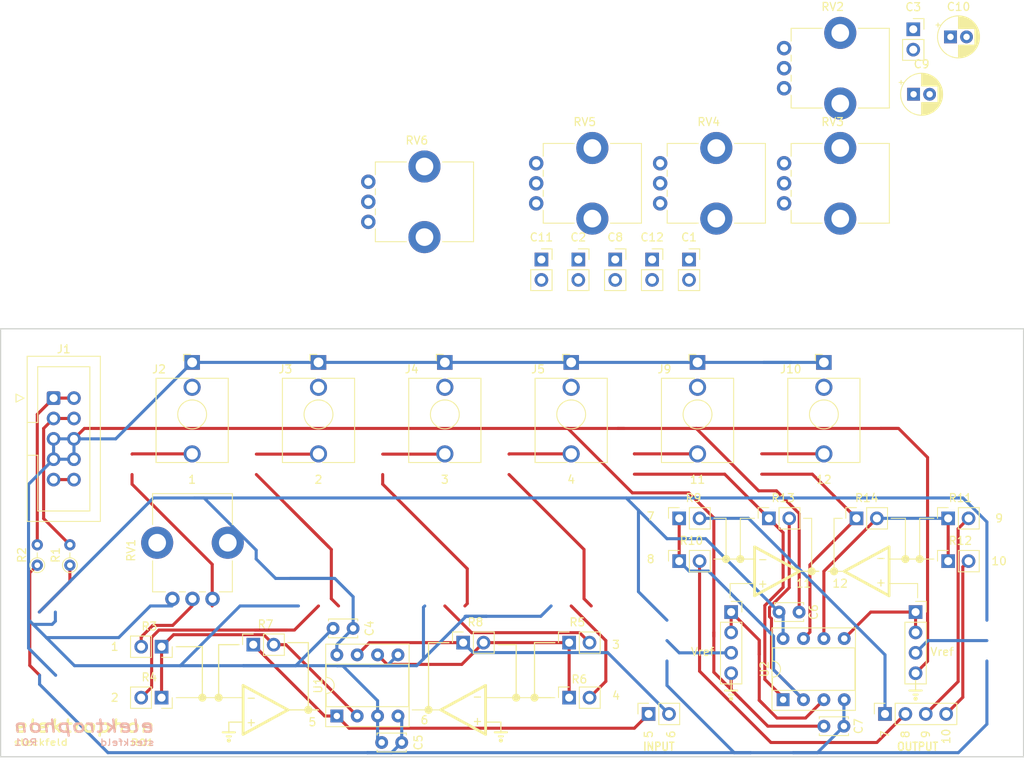
<source format=kicad_pcb>
(kicad_pcb (version 20211014) (generator pcbnew)
  (title_block (title "steckfeld") (date "2021-06-13") (rev "R01") (comment 1 "PCB for main circuit") (comment 2 "utility for connecting modules to breadboard") (comment 4 "License CC BY 4.0 - Attribution 4.0 International"))
  (layers (0 "F.Cu" signal) (31 "B.Cu" signal) (34 "B.Paste" user) (35 "F.Paste" user) (36 "B.SilkS" user "B.Silkscreen") (37 "F.SilkS" user "F.Silkscreen") (38 "B.Mask" user) (39 "F.Mask" user) (44 "Edge.Cuts" user))
  (net 0 "")
  (net 1 "GND")
  (net 2 "+15V")
  (net 3 "-15V")
  (net 4 "+5V")
  (net 5 "VP")
  (net 6 "VN")
  (net 7 "IN_1")
  (net 8 "Net-(C1-Pad1)")
  (net 9 "Net-(C1-Pad2)")
  (net 10 "Net-(C2-Pad1)")
  (net 11 "Net-(C2-Pad2)")
  (net 12 "IN_2")
  (net 15 "Net-(R3-Pad2)")
  (net 16 "Net-(R3-Pad1)")
  (net 17 "Net-(R4-Pad2)")
  (net 18 "Net-(R5-Pad2)")
  (net 19 "Net-(R5-Pad1)")
  (net 20 "Net-(R6-Pad2)")
  (net 21 "OUT_2b")
  (net 22 "OUT_2a")
  (net 23 "OUT_1b")
  (net 24 "OUT_1a")
  (net 25 "/V1")
  (net 26 "/U2a")
  (net 27 "/V2")
  (net 28 "/U2b")
  (net 29 "Net-(R10-Pad1)")
  (net 30 "Net-(R11-Pad1)")
  (net 31 "Net-(C3-Pad2)")
  (net 32 "Net-(C3-Pad1)")
  (net 33 "Net-(C8-Pad2)")
  (net 34 "Net-(C8-Pad1)")
  (net 39 "Net-(C11-Pad2)")
  (net 40 "Net-(C11-Pad1)")
  (net 41 "Net-(C12-Pad2)")
  (net 42 "Net-(C12-Pad1)")
  (footprint "Connector_IDC:IDC-Header_2x05_P2.54mm_Vertical" (layer "F.Cu") (at 84.836 47.752)
    (fp_text reference "J1")
    (fp_text value "IDC Header")
  )
  (footprint "elektrophon:Jack_3.5mm_WQP-PJ398SM_Vertical" (layer "F.Cu") (at 102.108 49.784)
    (fp_text reference "J2")
    (fp_text value "IN")
  )
  (footprint "Resistor_THT:R_Axial_DIN0204_L3.6mm_D1.6mm_P2.54mm_Vertical" (layer "F.Cu") (at 86.868 68.58 90)
    (fp_text reference "R1")
    (fp_text value "10")
  )
  (footprint "Resistor_THT:R_Axial_DIN0204_L3.6mm_D1.6mm_P2.54mm_Vertical" (layer "F.Cu") (at 82.804 68.58 90)
    (fp_text reference "R2")
    (fp_text value "10")
  )
  (footprint "Capacitor_THT:C_Disc_D3.4mm_W2.1mm_P2.50mm" (layer "F.Cu") (at 122.174 76.454 180)
    (fp_text reference "C4")
    (fp_text value "0.1u")
  )
  (footprint "Capacitor_THT:C_Disc_D3.4mm_W2.1mm_P2.50mm" (layer "F.Cu") (at 125.73 90.678)
    (fp_text reference "C5")
    (fp_text value "0.1u")
  )
  (footprint "Capacitor_THT:C_Disc_D3.4mm_W2.1mm_P2.50mm" (layer "F.Cu") (at 175.26 74.422)
    (fp_text reference "C6")
    (fp_text value "0.1u")
  )
  (footprint "Capacitor_THT:C_Disc_D3.4mm_W2.1mm_P2.50mm" (layer "F.Cu") (at 180.848 88.646)
    (fp_text reference "C7")
    (fp_text value "0.1u")
  )
  (footprint "elektrophon:elektrophon logo" (layer "F.Cu") (at 88.646 89.662)
    (fp_text reference "REF**" hide)
    (fp_text value "elektrophon logo" hide)
  )
  (footprint "elektrophon:Jack_3.5mm_WQP-PJ398SM_Vertical" (layer "F.Cu") (at 117.856 49.784)
    (fp_text reference "J3")
    (fp_text value "IN")
  )
  (footprint "elektrophon:Jack_3.5mm_WQP-PJ398SM_Vertical" (layer "F.Cu") (at 165.1 49.784)
    (fp_text reference "J9")
    (fp_text value "IN")
  )
  (footprint "elektrophon:Jack_3.5mm_WQP-PJ398SM_Vertical" (layer "F.Cu") (at 133.604 49.784)
    (fp_text reference "J4")
    (fp_text value "IN")
  )
  (footprint "elektrophon:Jack_3.5mm_WQP-PJ398SM_Vertical" (layer "F.Cu") (at 149.352 49.784)
    (fp_text reference "J5")
    (fp_text value "IN")
  )
  (footprint "elektrophon:Jack_3.5mm_WQP-PJ398SM_Vertical" (layer "F.Cu") (at 180.848 49.784)
    (fp_text reference "J10")
    (fp_text value "IN")
  )
  (footprint "Connector_PinSocket_2.54mm:PinSocket_1x02_P2.54mm_Vertical" (layer "F.Cu") (at 159.004 87.122 90)
    (fp_text reference "J6" hide)
    (fp_text value "Conn_01x02_Female")
  )
  (footprint "Connector_PinSocket_2.54mm:PinSocket_1x04_P2.54mm_Vertical" (layer "F.Cu") (at 188.468 87.122 90)
    (fp_text reference "J7" hide)
    (fp_text value "Conn_01x04_Female")
  )
  (footprint "Connector_PinSocket_2.54mm:PinSocket_1x02_P2.54mm_Vertical" (layer "F.Cu") (at 98.298 78.74 -90)
    (fp_text reference "R3")
    (fp_text value "100k")
  )
  (footprint "Connector_PinSocket_2.54mm:PinSocket_1x02_P2.54mm_Vertical" (layer "F.Cu") (at 98.298 85.09 -90)
    (fp_text reference "R4")
    (fp_text value "100k")
  )
  (footprint "Connector_PinSocket_2.54mm:PinSocket_1x02_P2.54mm_Vertical" (layer "F.Cu") (at 149.098 78.232 90)
    (fp_text reference "R5")
    (fp_text value "100k")
  )
  (footprint "Connector_PinSocket_2.54mm:PinSocket_1x02_P2.54mm_Vertical" (layer "F.Cu") (at 149.098 85.09 90)
    (fp_text reference "R6")
    (fp_text value "100k")
  )
  (footprint "Connector_PinSocket_2.54mm:PinSocket_1x02_P2.54mm_Vertical" (layer "F.Cu") (at 109.728 78.486 90)
    (fp_text reference "R7")
    (fp_text value "100k")
  )
  (footprint "Connector_PinSocket_2.54mm:PinSocket_1x02_P2.54mm_Vertical" (layer "F.Cu") (at 135.89 78.232 90)
    (fp_text reference "R8")
    (fp_text value "100k")
  )
  (footprint "Package_DIP:DIP-8_W7.62mm_Socket" (layer "F.Cu") (at 120.142 87.376 90)
    (fp_text reference "U1")
    (fp_text value "TL072")
  )
  (footprint "Package_DIP:DIP-8_W7.62mm_Socket" (layer "F.Cu") (at 175.768 85.344 90)
    (fp_text reference "U2")
    (fp_text value "TL072")
  )
  (footprint "Connector_PinSocket_2.54mm:PinSocket_1x02_P2.54mm_Vertical" (layer "F.Cu") (at 162.814 62.738 90)
    (fp_text reference "R9")
    (fp_text value "100k")
  )
  (footprint "Connector_PinSocket_2.54mm:PinSocket_1x02_P2.54mm_Vertical" (layer "F.Cu") (at 162.814 68.072 90)
    (fp_text reference "R10")
    (fp_text value "100k")
  )
  (footprint "Connector_PinSocket_2.54mm:PinSocket_1x02_P2.54mm_Vertical" (layer "F.Cu") (at 196.342 62.738 90)
    (fp_text reference "R11")
    (fp_text value "100k")
  )
  (footprint "Connector_PinSocket_2.54mm:PinSocket_1x02_P2.54mm_Vertical" (layer "F.Cu") (at 196.342 68.072 90)
    (fp_text reference "R12")
    (fp_text value "100k")
  )
  (footprint "Connector_PinSocket_2.54mm:PinSocket_1x02_P2.54mm_Vertical" (layer "F.Cu") (at 173.99 62.738 90)
    (fp_text reference "R13")
    (fp_text value "100k")
  )
  (footprint "Connector_PinSocket_2.54mm:PinSocket_1x02_P2.54mm_Vertical" (layer "F.Cu") (at 184.912 62.738 90)
    (fp_text reference "R14")
    (fp_text value "100k")
  )
  (footprint "Connector_PinSocket_2.54mm:PinSocket_1x04_P2.54mm_Vertical" (layer "F.Cu") (at 169.291 74.422)
    (fp_text reference "J8" hide)
    (fp_text value "Conn_01x04_Female" hide)
  )
  (footprint "Connector_PinSocket_2.54mm:PinSocket_1x04_P2.54mm_Vertical" (layer "F.Cu") (at 192.278 74.422)
    (fp_text reference "J11" hide)
    (fp_text value "Conn_01x04_Female" hide)
  )
  (footprint "Potentiometer_THT:Potentiometer_Bourns_PTV09A-1_Single_Vertical" (layer "F.Cu") (at 160.44 23.48)
    (fp_text reference "RV4")
    (fp_text value "100k")
  )
  (footprint "Connector_PinSocket_2.54mm:PinSocket_1x02_P2.54mm_Vertical" (layer "F.Cu") (at 159.44 30.48)
    (fp_text reference "C12")
    (fp_text value "47u (NP)")
  )
  (footprint "Connector_PinSocket_2.54mm:PinSocket_1x02_P2.54mm_Vertical" (layer "F.Cu") (at 145.64 30.48)
    (fp_text reference "C11")
    (fp_text value "47u (NP)")
  )
  (footprint "Connector_PinSocket_2.54mm:PinSocket_1x02_P2.54mm_Vertical" (layer "F.Cu") (at 154.84 30.48)
    (fp_text reference "C8")
    (fp_text value "47u (NP)")
  )
  (footprint "Connector_PinSocket_2.54mm:PinSocket_1x02_P2.54mm_Vertical" (layer "F.Cu") (at 191.99 1.78)
    (fp_text reference "C3")
    (fp_text value "47u (NP)")
  )
  (footprint "Potentiometer_THT:Potentiometer_Bourns_PTV09A-1_Single_Vertical" (layer "F.Cu") (at 175.89 23.48)
    (fp_text reference "RV3")
    (fp_text value "100k")
  )
  (footprint "Connector_PinSocket_2.54mm:PinSocket_1x02_P2.54mm_Vertical" (layer "F.Cu") (at 164.04 30.48)
    (fp_text reference "C1")
    (fp_text value "47u (NP)")
  )
  (footprint "Potentiometer_THT:Potentiometer_Bourns_PTV09A-1_Single_Vertical" (layer "F.Cu") (at 144.99 23.48)
    (fp_text reference "RV5")
    (fp_text value "100k")
  )
  (footprint "Capacitor_THT:CP_Radial_D5.0mm_P2.00mm" (layer "F.Cu") (at 196.629775 2.73)
    (fp_text reference "C10")
    (fp_text value "47u (NP)")
  )
  (footprint "Potentiometer_THT:Potentiometer_Bourns_PTV09A-1_Single_Vertical" (layer "F.Cu") (at 124.064 25.786)
    (fp_text reference "RV6")
    (fp_text value "100k")
  )
  (footprint "Connector_PinSocket_2.54mm:PinSocket_1x02_P2.54mm_Vertical" (layer "F.Cu") (at 150.24 30.48)
    (fp_text reference "C2")
    (fp_text value "47u (NP)")
  )
  (footprint "Potentiometer_THT:Potentiometer_Bourns_PTV09A-1_Single_Vertical" (layer "F.Cu") (at 104.648 72.78 90)
    (fp_text reference "RV1")
    (fp_text value "100k")
  )
  (footprint "Potentiometer_THT:Potentiometer_Bourns_PTV09A-1_Single_Vertical" (layer "F.Cu") (at 175.89 9.13)
    (fp_text reference "RV2")
    (fp_text value "100k")
  )
  (footprint "Capacitor_THT:CP_Radial_D5.0mm_P2.00mm" (layer "F.Cu") (at 192.029775 9.88)
    (fp_text reference "C9")
    (fp_text value "47u (NP)")
  )
  (gr_circle (center 182.118 69.342) (end 182.218 69.342) (layer "F.SilkS") (width 0.4) (fill none))
  (gr_circle (center 140.589 90.424) (end 140.599 90.424) (layer "F.SilkS") (width 0.25) (fill none))
  (gr_line (start 140.335 89.916) (end 140.843 89.916) (layer "F.SilkS") (width 0.25))
  (gr_line (start 139.827 89.408) (end 141.351 89.408) (layer "F.SilkS") (width 0.25))
  (gr_line (start 192.024 84.709) (end 192.532 84.709) (layer "F.SilkS") (width 0.25))
  (gr_circle (center 192.278 85.217) (end 192.288 85.217) (layer "F.SilkS") (width 0.25) (fill none))
  (gr_line (start 192.278 82.931) (end 192.278 84.201) (layer "F.SilkS") (width 0.15))
  (gr_line (start 191.516 84.201) (end 193.04 84.201) (layer "F.SilkS") (width 0.25))
  (gr_line (start 114.046 86.614) (end 108.458 83.566) (layer "F.SilkS") (width 0.35))
  (gr_line (start 100.12172 85.09) (end 108.458 85.09) (layer "F.SilkS") (width 0.12))
  (gr_circle (center 116.586 86.614) (end 116.686 86.614) (layer "F.SilkS") (width 0.4) (fill none))
  (gr_circle (center 106.68 90.424) (end 106.69 90.424) (layer "F.SilkS") (width 0.25) (fill none))
  (gr_circle (center 131.572 86.614) (end 131.672 86.614) (layer "F.SilkS") (width 0.4) (fill none))
  (gr_circle (center 144.78 85.09) (end 144.88 85.09) (layer "F.SilkS") (width 0.4) (fill none))
  (gr_line (start 144.78 85.09) (end 144.78 78.232) (layer "F.SilkS") (width 0.15))
  (gr_line (start 142.494 85.09) (end 142.494 78.486) (layer "F.SilkS") (width 0.15))
  (gr_line (start 131.572 78.232) (end 134.112 78.232) (layer "F.SilkS") (width 0.15))
  (gr_line (start 138.684 83.566) (end 133.096 86.614) (layer "F.SilkS") (width 0.35))
  (gr_line (start 144.78 78.232) (end 147.32 78.232) (layer "F.SilkS") (width 0.15))
  (gr_line (start 138.72972 85.09) (end 146.812 85.09) (layer "F.SilkS") (width 0.12))
  (gr_circle (center 142.494 85.09) (end 142.594 85.09) (layer "F.SilkS") (width 0.4) (fill none))
  (gr_line (start 133.096 86.614) (end 138.684 89.662) (layer "F.SilkS") (width 0.35))
  (gr_line (start 140.589 88.138) (end 138.684 88.138) (layer "F.SilkS") (width 0.15))
  (gr_line (start 138.684 89.662) (end 138.684 83.566) (layer "F.SilkS") (width 0.35))
  (gr_line (start 131.572 78.232) (end 131.572 86.614) (layer "F.SilkS") (width 0.15))
  (gr_line (start 142.494 78.486) (end 140.25372 78.486) (layer "F.SilkS") (width 0.15))
  (gr_line (start 172.212 72.39) (end 177.8 69.342) (layer "F.SilkS") (width 0.35))
  (gr_line (start 177.8 69.342) (end 172.212 66.294) (layer "F.SilkS") (width 0.35))
  (gr_line (start 172.212 66.294) (end 172.212 72.39) (layer "F.SilkS") (width 0.35))
  (gr_line (start 188.976 66.294) (end 183.388 69.342) (layer "F.SilkS") (width 0.35))
  (gr_line (start 188.976 72.39) (end 188.976 66.294) (layer "F.SilkS") (width 0.35))
  (gr_line (start 183.388 69.342) (end 188.976 72.39) (layer "F.SilkS") (width 0.35))
  (gr_line (start 179.324 69.342) (end 177.8 69.342) (layer "F.SilkS") (width 0.12))
  (gr_circle (center 179.324 69.342) (end 179.424 69.342) (layer "F.SilkS") (width 0.4) (fill none))
  (gr_line (start 182.372 69.342) (end 183.388 69.342) (layer "F.SilkS") (width 0.12))
  (gr_circle (center 192.786 67.818) (end 192.886 67.818) (layer "F.SilkS") (width 0.4) (fill none))
  (gr_line (start 105.918 89.408) (end 107.442 89.408) (layer "F.SilkS") (width 0.25))
  (gr_line (start 106.426 89.916) (end 106.934 89.916) (layer "F.SilkS") (width 0.25))
  (gr_line (start 192.786 67.818) (end 192.786 62.738) (layer "F.SilkS") (width 0.12))
  (gr_line (start 192.786 62.738) (end 194.564 62.738) (layer "F.SilkS") (width 0.12))
  (gr_line (start 108.458 89.662) (end 114.046 86.614) (layer "F.SilkS") (width 0.35))
  (gr_line (start 108.458 88.138) (end 106.68 88.138) (layer "F.SilkS") (width 0.15))
  (gr_line (start 190.754 67.818) (end 194.564 67.818) (layer "F.SilkS") (width 0.12))
  (gr_circle (center 103.378 85.09) (end 103.478 85.09) (layer "F.SilkS") (width 0.4) (fill none))
  (gr_line (start 179.324 69.342) (end 180.213 69.342) (layer "F.SilkS") (width 0.15))
  (gr_line (start 168.529 84.201) (end 170.053 84.201) (layer "F.SilkS") (width 0.25))
  (gr_line (start 140.589 88.138) (end 140.589 89.408) (layer "F.SilkS") (width 0.15))
  (gr_line (start 103.378 83.058) (end 103.378 85.09) (layer "F.SilkS") (width 0.15))
  (gr_line (start 170.434 62.738) (end 172.212 62.738) (layer "F.SilkS") (width 0.12))
  (gr_line (start 189.23 62.738) (end 191.008 62.738) (layer "F.SilkS") (width 0.12))
  (gr_line (start 103.378 78.74) (end 100.12172 78.74) (layer "F.SilkS") (width 0.15))
  (gr_line (start 170.434 67.818) (end 170.434 62.738) (layer "F.SilkS") (width 0.12))
  (gr_line (start 114.046 86.614) (end 117.856 86.614) (layer "F.SilkS") (width 0.15))
  (gr_line (start 183.134 62.738) (end 182.118 62.738) (layer "F.SilkS") (width 0.12))
  (gr_line (start 103.378 83.058) (end 103.378 78.74) (layer "F.SilkS") (width 0.15))
  (gr_circle (center 168.656 67.818) (end 168.756 67.818) (layer "F.SilkS") (width 0.4) (fill none))
  (gr_line (start 116.586 78.232) (end 116.586 86.614) (layer "F.SilkS") (width 0.15))
  (gr_line (start 114.046 78.232) (end 116.586 78.232) (layer "F.SilkS") (width 0.15))
  (gr_line (start 105.41 78.486) (end 107.95 78.486) (layer "F.SilkS") (width 0.15))
  (gr_line (start 182.118 62.738) (end 182.118 69.342) (layer "F.SilkS") (width 0.12))
  (gr_line (start 106.68 89.408) (end 106.68 88.138) (layer "F.SilkS") (width 0.15))
  (gr_line (start 188.976 70.866) (end 192.532 70.866) (layer "F.SilkS") (width 0.12))
  (gr_line (start 178.308 62.738) (end 179.324 62.738) (layer "F.SilkS") (width 0.12))
  (gr_circle (center 169.291 85.217) (end 169.301 85.217) (layer "F.SilkS") (width 0.25) (fill none))
  (gr_line (start 192.532 70.866) (end 192.532 72.644) (layer "F.SilkS") (width 0.12))
  (gr_line (start 172.212 67.818) (end 167.132 67.818) (layer "F.SilkS") (width 0.12))
  (gr_line (start 168.656 67.818) (end 168.656 62.738) (layer "F.SilkS") (width 0.12))
  (gr_circle (center 170.434 67.818) (end 170.534 67.818) (layer "F.SilkS") (width 0.4) (fill none))
  (gr_line (start 169.164 72.644) (end 169.164 70.866) (layer "F.SilkS") (width 0.12))
  (gr_line (start 105.41 85.09) (end 105.41 78.486) (layer "F.SilkS") (width 0.15))
  (gr_line (start 168.656 62.738) (end 167.132 62.738) (layer "F.SilkS") (width 0.12))
  (gr_line (start 191.008 62.738) (end 191.008 67.818) (layer "F.SilkS") (width 0.12))
  (gr_line (start 182.372 69.342) (end 181.356 69.342) (layer "F.SilkS") (width 0.12))
  (gr_circle (center 105.41 85.09) (end 105.51 85.09) (layer "F.SilkS") (width 0.4) (fill none))
  (gr_line (start 133.096 86.614) (end 129.54 86.614) (layer "F.SilkS") (width 0.12))
  (gr_line (start 190.754 67.818) (end 188.976 67.818) (layer "F.SilkS") (width 0.12))
  (gr_line (start 169.164 70.866) (end 172.212 70.866) (layer "F.SilkS") (width 0.12))
  (gr_line (start 108.458 83.566) (end 108.458 89.662) (layer "F.SilkS") (width 0.35))
  (gr_line (start 169.291 82.931) (end 169.291 84.201) (layer "F.SilkS") (width 0.15))
  (gr_line (start 179.324 62.738) (end 179.324 69.342) (layer "F.SilkS") (width 0.12))
  (gr_line (start 169.037 84.709) (end 169.545 84.709) (layer "F.SilkS") (width 0.25))
  (gr_circle (center 191.008 67.818) (end 191.108 67.818) (layer "F.SilkS") (width 0.4) (fill none))
  (gr_line (start 147.32 85.09) (end 144.78 85.09) (layer "F.SilkS") (width 0.12))
  (gr_line (start 205.74 39.116) (end 205.74 92.456) (layer "Edge.Cuts") (width 0.15))
  (gr_line (start 78.232 92.456) (end 78.232 39.116) (layer "Edge.Cuts") (width 0.15))
  (gr_line (start 78.232 39.116) (end 205.74 39.116) (layer "Edge.Cuts") (width 0.15))
  (gr_line (start 205.74 92.456) (end 78.232 92.456) (layer "Edge.Cuts") (width 0.15))
  (gr_text "4" (at 149.352 57.912) (layer "F.SilkS") (effects (font (size 1 1))))
  (gr_text "+" (at 137.668 88.138 180) (layer "F.SilkS") (effects (font (size 1 1))))
  (gr_text "8" (at 159.258 67.818) (layer "F.SilkS") (effects (font (size 1 1))))
  (gr_text "7" (at 159.258 62.484) (layer "F.SilkS") (effects (font (size 1 1))))
  (gr_text "-" (at 137.668 85.09 180) (layer "F.SilkS") (effects (font (size 1 1))))
  (gr_text "-" (at 173.228 67.818) (layer "F.SilkS") (effects (font (size 1 1))))
  (gr_text "+" (at 173.228 70.866) (layer "F.SilkS") (effects (font (size 1 1))))
  (gr_text "-" (at 187.96 67.818 180) (layer "F.SilkS") (effects (font (size 1 1))))
  (gr_text "+" (at 187.96 70.866 180) (layer "F.SilkS") (effects (font (size 1 1))))
  (gr_text "Vref" (at 195.58 79.375) (layer "F.SilkS") (effects (font (size 1 1))))
  (gr_text "12" (at 182.88 70.866) (layer "F.SilkS") (effects (font (size 1 1))))
  (gr_text "4" (at 154.94 84.836) (layer "F.SilkS") (effects (font (size 1 1))))
  (gr_text "3" (at 154.94 78.486) (layer "F.SilkS") (effects (font (size 1 1))))
  (gr_text "6" (at 131.064 87.884) (layer "F.SilkS") (effects (font (size 1 1))))
  (gr_text "6" (at 161.798 89.662 90) (layer "F.SilkS") (effects (font (size 1 1))))
  (gr_text "OUTPUT" (at 192.532 91.186) (layer "F.SilkS") (effects (font (size 1 0.9) (thickness 0.18))))
  (gr_text "10" (at 196.088 89.916 90) (layer "F.SilkS") (effects (font (size 1 1))))
  (gr_text "9" (at 202.692 62.738) (layer "F.SilkS") (effects (font (size 1 1))))
  (gr_text "10" (at 202.692 68.072) (layer "F.SilkS") (effects (font (size 1 1))))
  (gr_text "12" (at 180.848 57.912) (layer "F.SilkS") (effects (font (size 1 1))))
  (gr_text "1" (at 102.108 57.912) (layer "F.SilkS") (effects (font (size 1 1))))
  (gr_text "1" (at 92.456 78.74) (layer "F.SilkS") (effects (font (size 1 1))))
  (gr_text "+" (at 109.474 88.138) (layer "F.SilkS") (effects (font (size 1 1))))
  (gr_text "2" (at 117.856 57.912) (layer "F.SilkS") (effects (font (size 1 1))))
  (gr_text "8" (at 191.008 89.662 90) (layer "F.SilkS") (effects (font (size 1 1))))
  (gr_text "-" (at 109.474 85.09) (layer "F.SilkS") (effects (font (size 1 1))))
  (gr_text "7" (at 188.468 89.662 90) (layer "F.SilkS") (effects (font (size 1 1))))
  (gr_text "2" (at 92.456 85.09) (layer "F.SilkS") (effects (font (size 1 1))))
  (gr_text "9" (at 193.548 89.662 90) (layer "F.SilkS") (effects (font (size 1 1))))
  (gr_text "Vref" (at 165.735 79.375) (layer "F.SilkS") (effects (font (size 1 1))))
  (gr_text "5" (at 159.004 89.662 90) (layer "F.SilkS") (effects (font (size 1 1))))
  (gr_text "11" (at 165.1 57.912) (layer "F.SilkS") (effects (font (size 1 1))))
  (gr_text "INPUT" (at 160.274 91.186) (layer "F.SilkS") (effects (font (size 1 0.9) (thickness 0.18))))
  (gr_text "5" (at 117.094 88.138) (layer "F.SilkS") (effects (font (size 1 1))))
  (gr_text "3" (at 133.604 57.912) (layer "F.SilkS") (effects (font (size 1 1))))
  (gr_text "11" (at 178.308 70.866) (layer "F.SilkS") (effects (font (size 1 1))))
  (segment (start 125.857 57.277) (end 125.857 58.479081) (width 0.381) (layer "F.Cu") (net 0))
  (segment (start 136.398 73.366) (end 136.104 73.66) (width 0.381) (layer "F.Cu") (net 0))
  (segment (start 151.852 73.66) (end 150.952001 72.760001) (width 0.381) (layer "F.Cu") (net 0))
  (segment (start 150.952001 72.760001) (end 150.952001 66.624001) (width 0.381) (layer "F.Cu") (net 0))
  (segment (start 136.398 69.020081) (end 136.398 73.366) (width 0.381) (layer "F.Cu") (net 0))
  (segment (start 150.952001 66.624001) (end 141.605 57.277) (width 0.381) (layer "F.Cu") (net 0))
  (segment (start 125.857 58.479081) (end 136.398 69.020081) (width 0.381) (layer "F.Cu") (net 0))
  (segment (start 193.772501 75.721499) (end 193.772501 55.147499) (width 0.381) (layer "F.Cu") (net 1))
  (segment (start 193.772501 80.547499) (end 192.278 82.042) (width 0.381) (layer "F.Cu") (net 1))
  (segment (start 167.132 81.915) (end 170.4975 85.2805) (width 0.381) (layer "F.Cu") (net 1))
  (segment (start 190.021499 51.532501) (end 187.930501 51.532501) (width 0.381) (layer "F.Cu") (net 1))
  (segment (start 167.132 77.47) (end 167.132 76.962) (width 0.381) (layer "F.Cu") (net 1))
  (segment (start 167.132 62.680058) (end 164.014942 59.563) (width 0.381) (layer "F.Cu") (net 1))
  (segment (start 187.930501 51.532501) (end 190.157503 51.532501) (width 0.381) (layer "F.Cu") (net 1))
  (segment (start 190.157503 51.532501) (end 193.772501 55.147499) (width 0.381) (layer "F.Cu") (net 1))
  (segment (start 174.936942 59.309) (end 172.72 59.309) (width 0.381) (layer "F.Cu") (net 1))
  (segment (start 169.291 84.074) (end 170.4975 85.2805) (width 0.381) (layer "F.Cu") (net 1))
  (segment (start 148.941501 51.532501) (end 88.675499 51.532501) (width 0.381) (layer "F.Cu") (net 1))
  (segment (start 177.76 74.422) (end 177.770501 74.411499) (width 0.381) (layer "F.Cu") (net 1))
  (segment (start 155.164501 51.532501) (end 148.941501 51.532501) (width 0.381) (layer "F.Cu") (net 1))
  (segment (start 193.772501 75.721499) (end 193.772501 80.547499) (width 0.381) (layer "F.Cu") (net 1))
  (segment (start 88.675499 51.532501) (end 87.376 52.832) (width 0.381) (layer "F.Cu") (net 1))
  (segment (start 169.291 82.042) (end 169.291 84.074) (width 0.381) (layer "F.Cu") (net 1))
  (segment (start 167.132 76.962) (end 167.132 81.915) (width 0.381) (layer "F.Cu") (net 1))
  (segment (start 170.4975 85.2805) (end 173.863 88.646) (width 0.381) (layer "F.Cu") (net 1))
  (segment (start 177.770501 74.411499) (end 177.770501 62.142559) (width 0.381) (layer "F.Cu") (net 1))
  (segment (start 164.943501 51.532501) (end 155.164501 51.532501) (width 0.381) (layer "F.Cu") (net 1))
  (segment (start 167.132 76.962) (end 167.132 62.680058) (width 0.381) (layer "F.Cu") (net 1))
  (segment (start 173.863 88.646) (end 180.848 88.646) (width 0.381) (layer "F.Cu") (net 1))
  (segment (start 193.772501 78.261499) (end 193.772501 75.721499) (width 0.381) (layer "F.Cu") (net 1))
  (segment (start 187.930501 51.532501) (end 164.943501 51.532501) (width 0.381) (layer "F.Cu") (net 1))
  (segment (start 155.984443 51.532501) (end 155.164501 51.532501) (width 0.381) (layer "F.Cu") (net 1))
  (segment (start 156.972 59.563) (end 148.941501 51.532501) (width 0.381) (layer "F.Cu") (net 1))
  (segment (start 164.014942 59.563) (end 156.972 59.563) (width 0.381) (layer "F.Cu") (net 1))
  (segment (start 177.770501 62.142559) (end 174.936942 59.309) (width 0.381) (layer "F.Cu") (net 1))
  (segment (start 172.72 59.309) (end 164.943501 51.532501) (width 0.381) (layer "F.Cu") (net 1))
  (segment (start 102.108 43.304) (end 173.358 43.304) (width 0.381) (layer "B.Cu") (net 1))
  (segment (start 81.713499 58.494501) (end 81.713499 73.204499) (width 0.381) (layer "B.Cu") (net 1))
  (segment (start 81.713499 78.919499) (end 85.09 82.296) (width 0.381) (layer "B.Cu") (net 1))
  (segment (start 125.222 87.376) (end 125.222 90.17) (width 0.381) (layer "B.Cu") (net 1))
  (segment (start 115.022501 81.105499) (end 119.674 76.454) (width 0.381) (layer "B.Cu") (net 1))
  (segment (start 100.631501 81.105499) (end 87.438597 81.105499) (width 0.381) (layer "B.Cu") (net 1))
  (segment (start 85.058 75.55337) (end 85.058 74.422) (width 0.381) (layer "B.Cu") (net 1))
  (segment (start 87.376 52.832) (end 87.376 55.372) (width 0.381) (layer "B.Cu") (net 1))
  (segment (start 130.937 80.264) (end 136.250499 74.950501) (width 0.381) (layer "B.Cu") (net 1))
  (segment (start 108.505501 81.105499) (end 100.631501 81.105499) (width 0.381) (layer "B.Cu") (net 1))
  (segment (start 126.412501 81.105499) (end 127.762 79.756) (width 0.381) (layer "B.Cu") (net 1))
  (segment (start 82.287549 75.954451) (end 84.656919 75.954451) (width 0.381) (layer "B.Cu") (net 1))
  (segment (start 120.856499 81.105499) (end 125.222 85.471) (width 0.381) (layer "B.Cu") (net 1))
  (segment (start 87.376 52.832) (end 92.58 52.832) (width 0.381) (layer "B.Cu") (net 1))
  (segment (start 92.58 52.832) (end 102.108 43.304) (width 0.381) (layer "B.Cu") (net 1))
  (segment (start 84.836 55.372) (end 81.713499 58.494501) (width 0.381) (layer "B.Cu") (net 1))
  (segment (start 130.937 73.827) (end 131.104 73.66) (width 0.381) (layer "B.Cu") (net 1))
  (segment (start 87.376 55.372) (end 84.836 55.372) (width 0.381) (layer "B.Cu") (net 1))
  (segment (start 126.539501 81.105499) (end 130.095501 81.105499) (width 0.381) (layer "B.Cu") (net 1))
  (segment (start 130.095501 81.105499) (end 130.937 80.264) (width 0.381) (layer "B.Cu") (net 1))
  (segment (start 108.077 73.66) (end 115.356 73.66) (width 0.381) (layer "B.Cu") (net 1))
  (segment (start 83.938549 77.605451) (end 92.955549 77.605451) (width 0.381) (layer "B.Cu") (net 1))
  (segment (start 82.287549 75.954451) (end 81.713499 75.380401) (width 0.381) (layer "B.Cu") (net 1))
  (segment (start 120.189501 81.105499) (end 108.505501 81.105499) (width 0.381) (layer "B.Cu") (net 1))
  (segment (start 92.955549 77.605451) (end 96.901 73.66) (width 0.381) (layer "B.Cu") (net 1))
  (segment (start 146.852 73.66) (end 145.561499 74.950501) (width 0.381) (layer "B.Cu") (net 1))
  (segment (start 125.222 90.17) (end 125.73 90.678) (width 0.381) (layer "B.Cu") (net 1))
  (segment (start 145.561499 74.950501) (end 138.790499 74.950501) (width 0.381) (layer "B.Cu") (net 1))
  (segment (start 87.438597 81.105499) (end 83.938549 77.605451) (width 0.381) (layer "B.Cu") (net 1))
  (segment (start 87.376 52.832) (end 84.836 52.832) (width 0.381) (layer "B.Cu") (net 1))
  (segment (start 136.250499 74.950501) (end 138.790499 74.950501) (width 0.381) (layer "B.Cu") (net 1))
  (segment (start 83.938549 77.605451) (end 82.287549 75.954451) (width 0.381) (layer "B.Cu") (net 1))
  (segment (start 84.836 55.372) (end 84.836 52.832) (width 0.381) (layer "B.Cu") (net 1))
  (segment (start 130.937 80.264) (end 130.937 73.827) (width 0.381) (layer "B.Cu") (net 1))
  (segment (start 81.713499 75.380401) (end 81.713499 73.204499) (width 0.381) (layer "B.Cu") (net 1))
  (segment (start 124.285499 81.105499) (end 126.412501 81.105499) (width 0.381) (layer "B.Cu") (net 1))
  (segment (start 120.189501 81.105499) (end 120.856499 81.105499) (width 0.381) (layer "B.Cu") (net 1))
  (segment (start 85.058 82.264) (end 85.09 82.296) (width 0.381) (layer "B.Cu") (net 1))
  (segment (start 173.358 43.304) (end 176.784 43.304) (width 0.381) (layer "B.Cu") (net 1))
  (segment (start 96.901 73.66) (end 99.608 73.66) (width 0.381) (layer "B.Cu") (net 1))
  (segment (start 81.713499 73.204499) (end 81.713499 78.919499) (width 0.381) (layer "B.Cu") (net 1))
  (segment (start 84.656919 75.954451) (end 85.058 75.55337) (width 0.381) (layer "B.Cu") (net 1))
  (segment (start 126.539501 81.105499) (end 124.285499 81.105499) (width 0.381) (layer "B.Cu") (net 1))
  (segment (start 108.505501 81.105499) (end 115.022501 81.105499) (width 0.381) (layer "B.Cu") (net 1))
  (segment (start 100.631501 81.105499) (end 108.077 73.66) (width 0.381) (layer "B.Cu") (net 1))
  (segment (start 125.222 85.471) (end 125.222 87.376) (width 0.381) (layer "B.Cu") (net 1))
  (segment (start 124.285499 81.105499) (end 120.189501 81.105499) (width 0.381) (layer "B.Cu") (net 1))
  (segment (start 128.095499 81.105499) (end 126.539501 81.105499) (width 0.381) (layer "B.Cu") (net 1))
  (segment (start 173.358 43.304) (end 180.848 43.304) (width 0.381) (layer "B.Cu") (net 1))
  (segment (start 138.790499 74.950501) (end 136.123499 74.950501) (width 0.381) (layer "B.Cu") (net 1))
  (segment (start 86.868 70.612) (end 83.058 74.422) (width 0.381) (layer "F.Cu") (net 2))
  (segment (start 86.868 68.58) (end 86.868 70.612) (width 0.381) (layer "F.Cu") (net 2))
  (segment (start 175.768 77.724) (end 175.768 74.93) (width 0.381) (layer "B.Cu") (net 2))
  (segment (start 119.888 70.231) (end 122.174 72.517) (width 0.381) (layer "B.Cu") (net 2))
  (segment (start 175.768 74.93) (end 175.26 74.422) (width 0.381) (layer "B.Cu") (net 2))
  (segment (start 157.734 71.882) (end 161.29 75.438) (width 0.381) (layer "B.Cu") (net 2))
  (segment (start 102.362 60.198) (end 156.21 60.198) (width 0.381) (layer "B.Cu") (net 2))
  (segment (start 198.177942 60.198) (end 201.168 63.188058) (width 0.381) (layer "B.Cu") (net 2))
  (segment (start 103.583942 60.198) (end 110.089499 66.703557) (width 0.381) (layer "B.Cu") (net 2))
  (segment (start 166.116 65.278) (end 161.29 65.278) (width 0.381) (layer "B.Cu") (net 2))
  (segment (start 157.734 61.722) (end 156.21 60.198) (width 0.381) (layer "B.Cu") (net 2))
  (segment (start 102.362 60.198) (end 103.583942 60.198) (width 0.381) (layer "B.Cu") (net 2))
  (segment (start 110.089499 66.703557) (end 110.089499 67.807441) (width 0.381) (layer "B.Cu") (net 2))
  (segment (start 201.168 63.188058) (end 201.168 75.438) (width 0.381) (layer "B.Cu") (net 2))
  (segment (start 175.26 74.422) (end 166.116 65.278) (width 0.381) (layer "B.Cu") (net 2))
  (segment (start 83.058 74.422) (end 97.282 60.198) (width 0.381) (layer "B.Cu") (net 2))
  (segment (start 110.089499 67.807441) (end 112.513058 70.231) (width 0.381) (layer "B.Cu") (net 2))
  (segment (start 157.734 61.722) (end 157.734 71.882) (width 0.381) (layer "B.Cu") (net 2))
  (segment (start 120.142 78.486) (end 122.174 76.454) (width 0.381) (layer "B.Cu") (net 2))
  (segment (start 122.174 72.517) (end 122.174 76.454) (width 0.381) (layer "B.Cu") (net 2))
  (segment (start 112.513058 70.231) (end 114.3 70.231) (width 0.381) (layer "B.Cu") (net 2))
  (segment (start 161.29 65.278) (end 157.734 61.722) (width 0.381) (layer "B.Cu") (net 2))
  (segment (start 114.3 70.231) (end 119.888 70.231) (width 0.381) (layer "B.Cu") (net 2))
  (segment (start 114.3 70.231) (end 119.761 70.231) (width 0.381) (layer "B.Cu") (net 2))
  (segment (start 120.142 79.756) (end 120.142 78.486) (width 0.381) (layer "B.Cu") (net 2))
  (segment (start 156.21 60.198) (end 198.177942 60.198) (width 0.381) (layer "B.Cu") (net 2))
  (segment (start 97.282 60.198) (end 102.362 60.198) (width 0.381) (layer "B.Cu") (net 2))
  (segment (start 81.867499 81.073499) (end 83.09 82.296) (width 0.381) (layer "F.Cu") (net 3))
  (segment (start 82.804 68.58) (end 81.867499 69.516501) (width 0.381) (layer "F.Cu") (net 3))
  (segment (start 81.867499 69.516501) (end 81.867499 81.073499) (width 0.381) (layer "F.Cu") (net 3))
  (segment (start 123.952 91.948) (end 126.96 91.948) (width 0.381) (layer "B.Cu") (net 3))
  (segment (start 171.704 91.948) (end 177.038 91.948) (width 0.381) (layer "B.Cu") (net 3))
  (segment (start 128.23 87.844) (end 127.762 87.376) (width 0.381) (layer "B.Cu") (net 3))
  (segment (start 177.038 91.948) (end 197.612 91.948) (width 0.381) (layer "B.Cu") (net 3))
  (segment (start 161.29 83.566) (end 161.29 80.518) (width 0.381) (layer "B.Cu") (net 3))
  (segment (start 83.09 82.296) (end 83.09 83.42737) (width 0.381) (layer "B.Cu") (net 3))
  (segment (start 128.23 90.678) (end 128.23 87.844) (width 0.381) (layer "B.Cu") (net 3))
  (segment (start 197.612 91.948) (end 201.168 88.392) (width 0.381) (layer "B.Cu") (net 3))
  (segment (start 171.704 91.948) (end 169.672 91.948) (width 0.381) (layer "B.Cu") (net 3))
  (segment (start 83.09 83.42737) (end 91.61063 91.948) (width 0.381) (layer "B.Cu") (net 3))
  (segment (start 91.61063 91.948) (end 123.952 91.948) (width 0.381) (layer "B.Cu") (net 3))
  (segment (start 177.038 91.948) (end 180.046 91.948) (width 0.381) (layer "B.Cu") (net 3))
  (segment (start 201.168 88.392) (end 201.168 80.518) (width 0.381) (layer "B.Cu") (net 3))
  (segment (start 169.672 91.948) (end 161.29 83.566) (width 0.381) (layer "B.Cu") (net 3))
  (segment (start 180.046 91.948) (end 183.348 88.646) (width 0.381) (layer "B.Cu") (net 3))
  (segment (start 123.952 91.948) (end 171.704 91.948) (width 0.381) (layer "B.Cu") (net 3))
  (segment (start 126.96 91.948) (end 128.23 90.678) (width 0.381) (layer "B.Cu") (net 3))
  (segment (start 183.348 85.384) (end 183.388 85.344) (width 0.381) (layer "B.Cu") (net 3))
  (segment (start 183.348 88.646) (end 183.348 85.384) (width 0.381) (layer "B.Cu") (net 3))
  (segment (start 87.376 57.912) (end 84.836 57.912) (width 0.381) (layer "F.Cu") (net 4))
  (segment (start 83.595499 62.767499) (end 86.868 66.04) (width 0.381) (layer "F.Cu") (net 5))
  (segment (start 83.595499 51.532501) (end 83.595499 62.767499) (width 0.381) (layer "F.Cu") (net 5))
  (segment (start 87.376 50.292) (end 84.836 50.292) (width 0.381) (layer "F.Cu") (net 5))
  (segment (start 84.836 50.292) (end 83.595499 51.532501) (width 0.381) (layer "F.Cu") (net 5))
  (segment (start 84.836 47.752) (end 82.804 49.784) (width 0.381) (layer "F.Cu") (net 6))
  (segment (start 82.804 49.784) (end 82.804 66.04) (width 0.381) (layer "F.Cu") (net 6))
  (segment (start 84.836 47.752) (end 87.376 47.752) (width 0.381) (layer "F.Cu") (net 6))
  (segment (start 157.226 88.9) (end 121.666 88.9) (width 0.381) (layer "F.Cu") (net 7))
  (segment (start 120.142 87.376) (end 118.618 87.376) (width 0.381) (layer "F.Cu") (net 7))
  (segment (start 118.618 87.376) (end 109.728 78.486) (width 0.381) (layer "F.Cu") (net 7))
  (segment (start 159.004 87.122) (end 157.226 88.9) (width 0.381) (layer "F.Cu") (net 7))
  (segment (start 121.666 88.9) (end 120.142 87.376) (width 0.381) (layer "F.Cu") (net 7))
  (segment (start 94.648 54.704) (end 94.615 54.737) (width 0.381) (layer "F.Cu") (net 8))
  (segment (start 102.108 54.704) (end 94.648 54.704) (width 0.381) (layer "F.Cu") (net 8))
  (segment (start 94.615 57.277) (end 94.615 58.479081) (width 0.381) (layer "F.Cu") (net 9))
  (segment (start 94.615 58.479081) (end 104.608 68.472081) (width 0.381) (layer "F.Cu") (net 9))
  (segment (start 104.608 68.472081) (end 104.608 73.66) (width 0.381) (layer "F.Cu") (net 9))
  (segment (start 117.823 54.737) (end 117.856 54.704) (width 0.381) (layer "F.Cu") (net 10))
  (segment (start 110.109 54.737) (end 117.823 54.737) (width 0.381) (layer "F.Cu") (net 10))
  (segment (start 135.89 78.232) (end 124.206 78.232) (width 0.381) (layer "F.Cu") (net 12))
  (segment (start 124.206 78.232) (end 122.682 79.756) (width 0.381) (layer "F.Cu") (net 12))
  (segment (start 135.89 78.232) (end 137.130501 79.472501) (width 0.381) (layer "B.Cu") (net 12))
  (segment (start 153.894501 79.472501) (end 161.544 87.122) (width 0.381) (layer "B.Cu") (net 12))
  (segment (start 137.130501 79.472501) (end 153.894501 79.472501) (width 0.381) (layer "B.Cu") (net 12))
  (segment (start 97.212441 76.083478) (end 95.758 77.537919) (width 0.381) (layer "F.Cu") (net 15))
  (segment (start 102.108 73.66) (end 99.684522 76.083478) (width 0.381) (layer "F.Cu") (net 15))
  (segment (start 99.684522 76.083478) (end 97.212441 76.083478) (width 0.381) (layer "F.Cu") (net 15))
  (segment (start 95.758 77.537919) (end 95.758 78.74) (width 0.381) (layer "F.Cu") (net 15))
  (segment (start 99.792501 77.245499) (end 98.298 78.74) (width 0.381) (layer "F.Cu") (net 16))
  (segment (start 111.027499 77.245499) (end 99.792501 77.245499) (width 0.381) (layer "F.Cu") (net 16))
  (segment (start 122.682 87.376) (end 113.792 78.486) (width 0.381) (layer "F.Cu") (net 16))
  (segment (start 112.268 78.486) (end 111.027499 77.245499) (width 0.381) (layer "F.Cu") (net 16))
  (segment (start 113.792 78.486) (end 112.268 78.486) (width 0.381) (layer "F.Cu") (net 16))
  (segment (start 98.298 85.09) (end 98.298 78.74) (width 0.381) (layer "F.Cu") (net 16))
  (segment (start 114.851511 76.664489) (end 117.856 73.66) (width 0.381) (layer "F.Cu") (net 17))
  (segment (start 97.970609 76.664489) (end 109.938489 76.664489) (width 0.381) (layer "F.Cu") (net 17))
  (segment (start 109.938489 76.664489) (end 113.875511 76.664489) (width 0.381) (layer "F.Cu") (net 17))
  (segment (start 97.057499 77.577599) (end 97.970609 76.664489) (width 0.381) (layer "F.Cu") (net 17))
  (segment (start 97.057499 83.790501) (end 97.057499 77.577599) (width 0.381) (layer "F.Cu") (net 17))
  (segment (start 95.758 85.09) (end 97.057499 83.790501) (width 0.381) (layer "F.Cu") (net 17))
  (segment (start 109.938489 76.664489) (end 114.851511 76.664489) (width 0.381) (layer "F.Cu") (net 17))
  (segment (start 150.397499 76.991499) (end 136.935499 76.991499) (width 0.381) (layer "F.Cu") (net 18))
  (segment (start 151.638 78.232) (end 150.397499 76.991499) (width 0.381) (layer "F.Cu") (net 18))
  (segment (start 136.935499 76.991499) (end 133.604 73.66) (width 0.381) (layer "F.Cu") (net 18))
  (segment (start 126.412501 80.946501) (end 135.715499 80.946501) (width 0.381) (layer "F.Cu") (net 19))
  (segment (start 149.098 85.09) (end 149.098 78.232) (width 0.381) (layer "F.Cu") (net 19))
  (segment (start 125.222 79.756) (end 126.412501 80.946501) (width 0.381) (layer "F.Cu") (net 19))
  (segment (start 135.715499 80.946501) (end 138.43 78.232) (width 0.381) (layer "F.Cu") (net 19))
  (segment (start 149.098 78.232) (end 138.43 78.232) (width 0.381) (layer "F.Cu") (net 19))
  (segment (start 151.638 85.09) (end 153.67 83.058) (width 0.381) (layer "F.Cu") (net 20))
  (segment (start 153.67 83.058) (end 153.67 77.978) (width 0.381) (layer "F.Cu") (net 20))
  (segment (start 153.67 77.978) (end 149.352 73.66) (width 0.381) (layer "F.Cu") (net 20))
  (segment (start 196.088 87.122) (end 198.163512 85.046488) (width 0.381) (layer "F.Cu") (net 21))
  (segment (start 198.163512 68.790488) (end 198.882 68.072) (width 0.381) (layer "F.Cu") (net 21))
  (segment (start 198.163512 85.046488) (end 198.163512 68.790488) (width 0.381) (layer "F.Cu") (net 21))
  (segment (start 197.582501 83.087499) (end 197.582501 64.037499) (width 0.381) (layer "F.Cu") (net 22))
  (segment (start 193.548 87.122) (end 197.582501 83.087499) (width 0.381) (layer "F.Cu") (net 22))
  (segment (start 197.582501 64.037499) (end 198.882 62.738) (width 0.381) (layer "F.Cu") (net 22))
  (segment (start 191.008 87.122) (end 187.452 90.678) (width 0.381) (layer "F.Cu") (net 23))
  (segment (start 174.244 90.678) (end 165.354 81.788) (width 0.381) (layer "F.Cu") (net 23))
  (segment (start 165.354 81.788) (end 165.354 68.072) (width 0.381) (layer "F.Cu") (net 23))
  (segment (start 187.452 90.678) (end 174.244 90.678) (width 0.381) (layer "F.Cu") (net 23))
  (segment (start 188.468 87.122) (end 188.468 79.756) (width 0.381) (layer "B.Cu") (net 24))
  (segment (start 171.45 62.738) (end 165.354 62.738) (width 0.381) (layer "B.Cu") (net 24))
  (segment (start 188.468 79.756) (end 171.45 62.738) (width 0.381) (layer "B.Cu") (net 24))
  (segment (start 162.814 79.502) (end 161.29 77.978) (width 0.381) (layer "B.Cu") (net 25))
  (segment (start 169.291 79.502) (end 162.814 79.502) (width 0.381) (layer "B.Cu") (net 25))
  (segment (start 172.793009 79.702009) (end 172.793009 85.417009) (width 0.381) (layer "F.Cu") (net 26))
  (segment (start 172.793009 78.051009) (end 172.793009 79.702009) (width 0.381) (layer "F.Cu") (net 26))
  (segment (start 175.006 87.63) (end 178.562 87.63) (width 0.381) (layer "F.Cu") (net 26))
  (segment (start 172.793009 85.417009) (end 173.482 86.106) (width 0.381) (layer "F.Cu") (net 26))
  (segment (start 169.291 76.962) (end 169.291 74.422) (width 0.381) (layer "F.Cu") (net 26))
  (segment (start 172.793009 79.702009) (end 172.793009 77.924009) (width 0.381) (layer "F.Cu") (net 26))
  (segment (start 178.562 87.63) (end 180.848 85.344) (width 0.381) (layer "F.Cu") (net 26))
  (segment (start 172.793009 77.924009) (end 169.291 74.422) (width 0.381) (layer "F.Cu") (net 26))
  (segment (start 172.793009 85.417009) (end 175.006 87.63) (width 0.381) (layer "F.Cu") (net 26))
  (segment (start 193.802 77.978) (end 192.278 79.502) (width 0.381) (layer "B.Cu") (net 27))
  (segment (start 201.168 77.978) (end 197.485 77.978) (width 0.381) (layer "B.Cu") (net 27))
  (segment (start 197.485 77.978) (end 193.802 77.978) (width 0.381) (layer "B.Cu") (net 27))
  (segment (start 186.69 74.422) (end 183.388 77.724) (width 0.381) (layer "F.Cu") (net 28))
  (segment (start 192.278 76.962) (end 192.278 74.422) (width 0.381) (layer "F.Cu") (net 28))
  (segment (start 192.278 74.422) (end 186.69 74.422) (width 0.381) (layer "F.Cu") (net 28))
  (segment (start 174.069499 73.850559) (end 176.53 71.390058) (width 0.381) (layer "F.Cu") (net 29))
  (segment (start 178.308 85.344) (end 174.317011 81.353011) (width 0.381) (layer "F.Cu") (net 29))
  (segment (start 162.814 68.072) (end 162.814 62.738) (width 0.381) (layer "F.Cu") (net 29))
  (segment (start 174.317011 75.240953) (end 174.069499 74.993441) (width 0.381) (layer "F.Cu") (net 29))
  (segment (start 174.069499 74.993441) (end 174.069499 73.850559) (width 0.381) (layer "F.Cu") (net 29))
  (segment (start 174.317011 81.353011) (end 174.317011 75.240953) (width 0.381) (layer "F.Cu") (net 29))
  (segment (start 176.53 71.390058) (end 176.53 62.738) (width 0.381) (layer "F.Cu") (net 29))
  (segment (start 164.054501 69.312501) (end 162.814 68.072) (width 0.381) (layer "B.Cu") (net 29))
  (segment (start 174.577499 81.613499) (end 174.577499 77.432597) (width 0.381) (layer "B.Cu") (net 29))
  (segment (start 178.308 85.344) (end 174.577499 81.613499) (width 0.381) (layer "B.Cu") (net 29))
  (segment (start 166.457403 69.312501) (end 164.054501 69.312501) (width 0.381) (layer "B.Cu") (net 29))
  (segment (start 174.577499 77.432597) (end 166.457403 69.312501) (width 0.381) (layer "B.Cu") (net 29))
  (segment (start 180.848 77.724) (end 180.848 69.342) (width 0.381) (layer "F.Cu") (net 30))
  (segment (start 180.848 69.342) (end 187.452 62.738) (width 0.381) (layer "F.Cu") (net 30))
  (segment (start 196.342 62.738) (end 196.342 68.072) (width 0.381) (layer "F.Cu") (net 30))
  (segment (start 196.342 62.738) (end 187.452 62.738) (width 0.381) (layer "B.Cu") (net 30))
  (segment (start 125.857 54.737) (end 133.571 54.737) (width 0.381) (layer "F.Cu") (net 32))
  (segment (start 133.571 54.737) (end 133.604 54.704) (width 0.381) (layer "F.Cu") (net 32))
  (segment (start 118.480001 65.648001) (end 115.697 62.865) (width 0.381) (layer "F.Cu") (net 33))
  (segment (start 115.697 62.865) (end 113.919 61.087) (width 0.381) (layer "F.Cu") (net 33))
  (segment (start 119.146501 66.314501) (end 115.697 62.865) (width 0.381) (layer "F.Cu") (net 33))
  (segment (start 120.356 73.66) (end 119.456001 72.760001) (width 0.381) (layer "F.Cu") (net 33))
  (segment (start 113.919 61.087) (end 110.109 57.277) (width 0.381) (layer "F.Cu") (net 33))
  (segment (start 119.456001 66.624001) (end 113.919 61.087) (width 0.381) (layer "F.Cu") (net 33))
  (segment (start 119.456001 72.760001) (end 119.456001 66.624001) (width 0.381) (layer "F.Cu") (net 33))
  (segment (start 141.638 54.704) (end 141.605 54.737) (width 0.381) (layer "F.Cu") (net 34))
  (segment (start 149.352 54.704) (end 141.638 54.704) (width 0.381) (layer "F.Cu") (net 34))
  (segment (start 157.233 54.704) (end 157.226 54.697) (width 0.381) (layer "F.Cu") (net 39))
  (segment (start 165.1 54.704) (end 157.233 54.704) (width 0.381) (layer "F.Cu") (net 39))
  (segment (start 175.768 85.09) (end 173.48849 82.81049) (width 0.381) (layer "F.Cu") (net 40))
  (segment (start 173.48849 82.81049) (end 173.48849 73.609896) (width 0.381) (layer "F.Cu") (net 40))
  (segment (start 157.226 57.237) (end 168.489 57.237) (width 0.381) (layer "F.Cu") (net 40))
  (segment (start 175.768 64.516) (end 173.99 62.738) (width 0.381) (layer "F.Cu") (net 40))
  (segment (start 175.768 85.344) (end 175.768 85.09) (width 0.381) (layer "F.Cu") (net 40))
  (segment (start 173.48849 73.609896) (end 175.768 71.330386) (width 0.381) (layer "F.Cu") (net 40))
  (segment (start 168.489 57.237) (end 173.99 62.738) (width 0.381) (layer "F.Cu") (net 40))
  (segment (start 175.768 71.330386) (end 175.768 64.516) (width 0.381) (layer "F.Cu") (net 40))
  (segment (start 173.101 54.697) (end 180.841 54.697) (width 0.381) (layer "F.Cu") (net 41))
  (segment (start 180.841 54.697) (end 180.848 54.704) (width 0.381) (layer "F.Cu") (net 41))
  (segment (start 179.411 57.237) (end 184.912 62.738) (width 0.381) (layer "F.Cu") (net 42))
  (segment (start 184.818 62.738) (end 184.912 62.738) (width 0.381) (layer "F.Cu") (net 42))
  (segment (start 179.107999 68.542001) (end 184.912 62.738) (width 0.381) (layer "F.Cu") (net 42))
  (segment (start 178.308 77.724) (end 179.107999 76.924001) (width 0.381) (layer "F.Cu") (net 42))
  (segment (start 184.912 62.738) (end 184.912 62.07) (width 0.381) (layer "F.Cu") (net 42))
  (segment (start 179.107999 76.924001) (end 179.107999 68.542001) (width 0.381) (layer "F.Cu") (net 42))
  (segment (start 173.101 57.237) (end 179.411 57.237) (width 0.381) (layer "F.Cu") (net 42))
)
</source>
